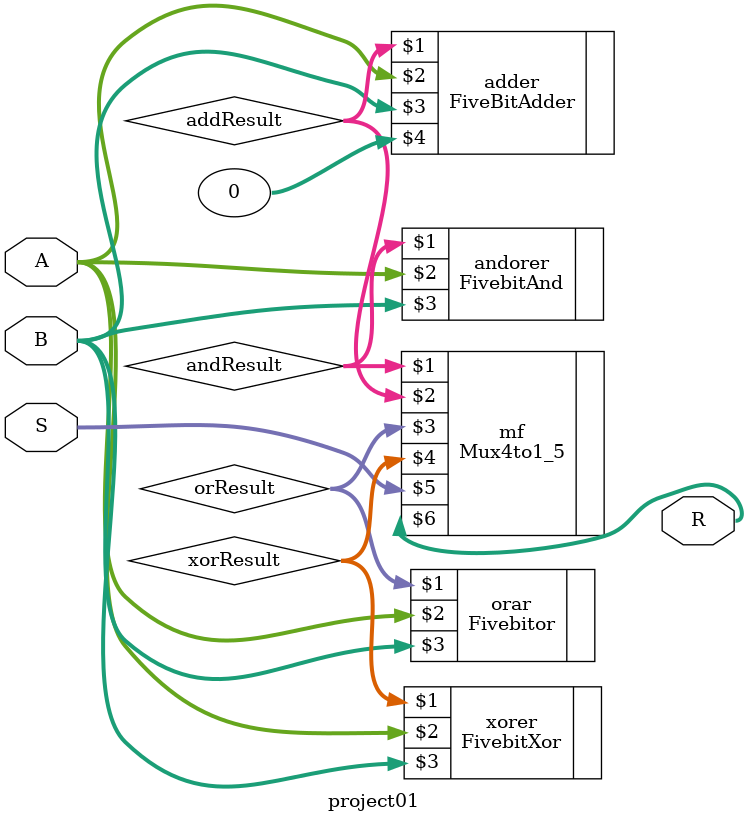
<source format=v>
module  project01 (R, A, B,S);
output [4:0]R;
input [4:0]A;
input [4:0]B;
input [1:0]S;

wire [4:0]andResult;
wire [4:0]orResult;
wire [4:0]xorResult;
wire [4:0]addResult;

FiveBitAdder adder(addResult,A,B,0);
FivebitXor xorer(xorResult,A,B);
FivebitAnd andorer(andResult,A,B);
Fivebitor  orar(orResult,A,B);

Mux4to1_5 mf(andResult,addResult,orResult,xorResult,S,R);

endmodule
</source>
